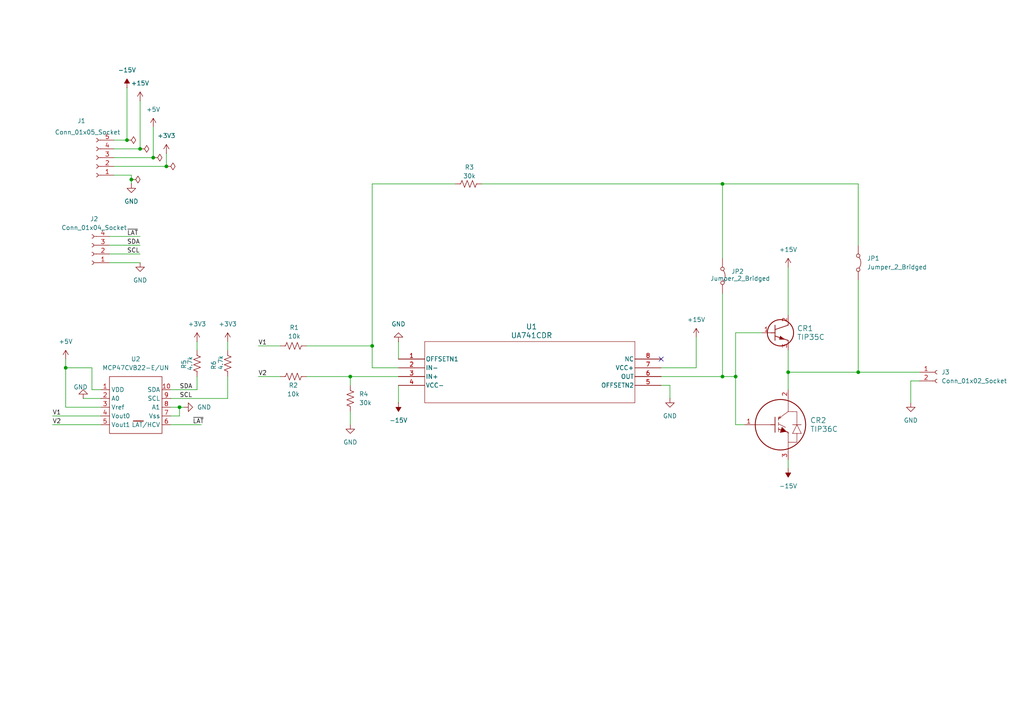
<source format=kicad_sch>
(kicad_sch (version 20231120) (generator "eeschema") (generator_version "8.0")
  (paper "A4")
  (title_block (title "Control Board PCB") (date "2025-02-07") (rev "0") (company "Nathan Rohr PCBs"))
  (lib_symbols
    (symbol "2025-02-07_21-36-00:MCP47CVB22-E/UN"
      (property "Reference" "U" (at 0 0 0))
      (property "Value" "MCP47CVB22-E/UN" (at 0 0 0))
      (symbol "MCP47CVB22-E/UN_0_1"
        (rectangle (start -6.35 -1.27) (end 8.89 -17.78))
      )
      (symbol "MCP47CVB22-E/UN_1_1"
        (text "___" (at 2.032 -13.462 0) (effects (font (size 1.27 1.27) (bold yes))))
        (pin input line (at -8.89 -5.08 0) (length 2.54) (name "VDD") (number "1"))
        (pin input line (at 11.43 -5.08 180) (length 2.54) (name "SDA") (number "10"))
        (pin input line (at -8.89 -7.62 0) (length 2.54) (name "A0") (number "2"))
        (pin input line (at -8.89 -10.16 0) (length 2.54) (name "Vref") (number "3"))
        (pin output line (at -8.89 -12.7 0) (length 2.54) (name "Vout0") (number "4"))
        (pin output line (at -8.89 -15.24 0) (length 2.54) (name "Vout1") (number "5"))
        (pin input line (at 11.43 -15.24 180) (length 2.54) (name "LAT/HCV") (number "6"))
        (pin input line (at 11.43 -12.7 180) (length 2.54) (name "Vss") (number "7"))
        (pin input line (at 11.43 -10.16 180) (length 2.54) (name "A1") (number "8"))
        (pin input line (at 11.43 -7.62 180) (length 2.54) (name "SCL") (number "9"))
      )
    )
    (symbol "2025-02-07_21-36-00:TIP35C" (pin_names (offset 0.254))
      (property "Reference" "CR" (at 10.16 2.54 0))
      (property "Value" "TIP35C" (at 10.16 -2.54 0))
      (symbol "TIP35C_0_1"
        (polyline (pts (xy 2.54 0) (xy 3.81 0)) (stroke (width 0.2032)))
        (polyline (pts (xy 3.81 -2.2098) (xy 3.81 2.2098)) (stroke (width 0.2032)))
        (polyline (pts (xy 3.81 -0.9398) (xy 7.62 -2.2098)) (stroke (width 0.2032)))
        (polyline (pts (xy 3.81 0.9398) (xy 7.62 2.2098)) (stroke (width 0.2032)))
        (polyline (pts (xy 7.62 -2.54) (xy 7.62 -2.2098)) (stroke (width 0.2032)))
        (polyline (pts (xy 7.62 2.2098) (xy 7.62 2.54)) (stroke (width 0.2032)))
        (polyline (pts (xy 5.3848 -0.9398) (xy 5.08 -1.905) (xy 6.6548 -1.905)) (fill (type outline)))
        (circle (center 5.3848 0) (radius 3.81) (stroke (width 0.254)))
        (pin unspecified line (at 0 0 0) (length 2.54) (name "") (number "1"))
        (pin unspecified line (at 7.62 5.08 270) (length 2.54) (name "") (number "2"))
        (pin unspecified line (at 7.62 -5.08 90) (length 2.54) (name "") (number "3"))
      )
    )
    (symbol "2025-02-07_21-36-00:TIP36C" (pin_names (offset 0.254))
      (property "Reference" "CR" (at 20.32 2.54 0))
      (property "Value" "TIP36C" (at 20.32 -2.54 0))
      (symbol "TIP36C_0_1"
        (polyline (pts (xy 2.54 0) (xy 7.62 0)) (stroke (width 0.127)))
        (polyline (pts (xy 7.62 0) (xy 8.89 0)) (stroke (width 0.2032)))
        (polyline (pts (xy 8.89 -2.2098) (xy 8.89 2.2098)) (stroke (width 0.2032)))
        (polyline (pts (xy 9.906 -1.27) (xy 9.906 -2.032)) (stroke (width 0.127)))
        (polyline (pts (xy 9.906 -1.27) (xy 9.906 -0.762)) (stroke (width 0.127)))
        (polyline (pts (xy 9.906 -1.27) (xy 12.7 -2.2098)) (stroke (width 0.2032)))
        (polyline (pts (xy 9.906 -0.254) (xy 9.906 0.762)) (stroke (width 0.127)))
        (polyline (pts (xy 9.906 0.254) (xy 11.938 -0.762)) (stroke (width 0.127)))
        (polyline (pts (xy 9.906 1.524) (xy 9.906 1.27)) (stroke (width 0.127)))
        (polyline (pts (xy 9.906 1.778) (xy 9.906 1.524)) (stroke (width 0.127)))
        (polyline (pts (xy 9.906 1.778) (xy 9.906 2.032)) (stroke (width 0.127)))
        (polyline (pts (xy 9.906 1.778) (xy 10.414 2.54)) (stroke (width 0.127)))
        (polyline (pts (xy 9.906 1.778) (xy 10.668 2.032)) (stroke (width 0.127)))
        (polyline (pts (xy 9.906 2.032) (xy 9.906 2.286)) (stroke (width 0.127)))
        (polyline (pts (xy 12.7 -7.62) (xy 12.7 -2.54)) (stroke (width 0.127)))
        (polyline (pts (xy 12.7 -5.08) (xy 15.24 -5.08)) (stroke (width 0.127)))
        (polyline (pts (xy 12.7 -2.54) (xy 12.7 -2.2098)) (stroke (width 0.2032)))
        (polyline (pts (xy 12.7 3.81) (xy 9.906 1.778)) (stroke (width 0.127)))
        (polyline (pts (xy 12.7 3.81) (xy 13.97 3.81)) (stroke (width 0.127)))
        (polyline (pts (xy 12.7 7.62) (xy 12.7 3.81)) (stroke (width 0.127)))
        (polyline (pts (xy 13.97 -2.54) (xy 15.24 0)) (stroke (width 0.127)))
        (polyline (pts (xy 13.97 0) (xy 16.51 0)) (stroke (width 0.127)))
        (polyline (pts (xy 13.97 3.81) (xy 15.24 3.81)) (stroke (width 0.127)))
        (polyline (pts (xy 15.24 -5.08) (xy 15.24 -2.54)) (stroke (width 0.127)))
        (polyline (pts (xy 15.24 -2.54) (xy 13.97 -2.54)) (stroke (width 0.127)))
        (polyline (pts (xy 15.24 0) (xy 16.51 -2.54)) (stroke (width 0.127)))
        (polyline (pts (xy 15.24 3.81) (xy 15.24 0)) (stroke (width 0.127)))
        (polyline (pts (xy 16.51 -2.54) (xy 15.24 -2.54)) (stroke (width 0.127)))
        (polyline (pts (xy 10.414 -2.286) (xy 10.922 -0.762) (xy 12.192 -2.032)) (fill (type outline)))
        (circle (center 10.4648 0) (radius 7.3152) (stroke (width 0.254)))
        (pin unspecified line (at 0 0 0) (length 2.54) (name "") (number "1"))
        (pin unspecified line (at 12.7 10.16 270) (length 2.54) (name "") (number "2"))
        (pin unspecified line (at 12.7 -10.16 90) (length 2.54) (name "") (number "3"))
      )
    )
    (symbol "2025-02-07_21-36-00:UA741CDR" (pin_names (offset 0.254))
      (property "Reference" "U" (at 38.1 10.16 0))
      (property "Value" "UA741CDR" (at 38.1 7.62 0))
      (property "LCSC" "C2057458" (at 0 0 0))
      (symbol "UA741CDR_0_1"
        (polyline (pts (xy 7.62 -12.7) (xy 68.58 -12.7)) (stroke (width 0.127)))
        (polyline (pts (xy 7.62 5.08) (xy 7.62 -12.7)) (stroke (width 0.127)))
        (polyline (pts (xy 68.58 -12.7) (xy 68.58 5.08)) (stroke (width 0.127)))
        (polyline (pts (xy 68.58 5.08) (xy 7.62 5.08)) (stroke (width 0.127)))
        (pin unspecified line (at 0 0 0) (length 7.62) (name "OFFSETN1") (number "1"))
        (pin input line (at 0 -2.54 0) (length 7.62) (name "IN-") (number "2"))
        (pin input line (at 0 -5.08 0) (length 7.62) (name "IN+") (number "3"))
        (pin power_in line (at 0 -7.62 0) (length 7.62) (name "VCC-") (number "4"))
        (pin unspecified line (at 76.2 -7.62 180) (length 7.62) (name "OFFSETN2") (number "5"))
        (pin output line (at 76.2 -5.08 180) (length 7.62) (name "OUT") (number "6"))
        (pin power_in line (at 76.2 -2.54 180) (length 7.62) (name "VCC+") (number "7"))
        (pin unspecified line (at 76.2 0 180) (length 7.62) (name "NC") (number "8"))
      )
    )
    (symbol "Connector:Conn_01x02_Socket" (pin_names (offset 1.016) hide)
      (property "Reference" "J" (at 0 2.54 0))
      (property "Value" "Conn_01x02_Socket" (at 0 -5.08 0))
      (symbol "Conn_01x02_Socket_1_1"
        (arc (start 0 -2.032) (mid -0.5058 -2.54) (end 0 -3.048) (stroke (width 0.1524)))
        (polyline (pts (xy -1.27 -2.54) (xy -0.508 -2.54)) (stroke (width 0.1524)))
        (polyline (pts (xy -1.27 0) (xy -0.508 0)) (stroke (width 0.1524)))
        (arc (start 0 0.508) (mid -0.5058 0) (end 0 -0.508) (stroke (width 0.1524)))
        (pin passive line (at -5.08 0 0) (length 3.81) (name "Pin_1") (number "1"))
        (pin passive line (at -5.08 -2.54 0) (length 3.81) (name "Pin_2") (number "2"))
      )
    )
    (symbol "Connector:Conn_01x04_Socket" (pin_names (offset 1.016) hide)
      (property "Reference" "J" (at 0 5.08 0))
      (property "Value" "Conn_01x04_Socket" (at 0 -7.62 0))
      (symbol "Conn_01x04_Socket_1_1"
        (arc (start 0 -4.572) (mid -0.5058 -5.08) (end 0 -5.588) (stroke (width 0.1524)))
        (arc (start 0 -2.032) (mid -0.5058 -2.54) (end 0 -3.048) (stroke (width 0.1524)))
        (polyline (pts (xy -1.27 -5.08) (xy -0.508 -5.08)) (stroke (width 0.1524)))
        (polyline (pts (xy -1.27 -2.54) (xy -0.508 -2.54)) (stroke (width 0.1524)))
        (polyline (pts (xy -1.27 0) (xy -0.508 0)) (stroke (width 0.1524)))
        (polyline (pts (xy -1.27 2.54) (xy -0.508 2.54)) (stroke (width 0.1524)))
        (arc (start 0 0.508) (mid -0.5058 0) (end 0 -0.508) (stroke (width 0.1524)))
        (arc (start 0 3.048) (mid -0.5058 2.54) (end 0 2.032) (stroke (width 0.1524)))
        (pin passive line (at -5.08 2.54 0) (length 3.81) (name "Pin_1") (number "1"))
        (pin passive line (at -5.08 0 0) (length 3.81) (name "Pin_2") (number "2"))
        (pin passive line (at -5.08 -2.54 0) (length 3.81) (name "Pin_3") (number "3"))
        (pin passive line (at -5.08 -5.08 0) (length 3.81) (name "Pin_4") (number "4"))
      )
    )
    (symbol "Connector:Conn_01x05_Socket" (pin_names (offset 1.016) hide)
      (property "Reference" "J" (at 0 7.62 0))
      (property "Value" "Conn_01x05_Socket" (at 0 -7.62 0))
      (symbol "Conn_01x05_Socket_1_1"
        (arc (start 0 -4.572) (mid -0.5058 -5.08) (end 0 -5.588) (stroke (width 0.1524)))
        (arc (start 0 -2.032) (mid -0.5058 -2.54) (end 0 -3.048) (stroke (width 0.1524)))
        (polyline (pts (xy -1.27 -5.08) (xy -0.508 -5.08)) (stroke (width 0.1524)))
        (polyline (pts (xy -1.27 -2.54) (xy -0.508 -2.54)) (stroke (width 0.1524)))
        (polyline (pts (xy -1.27 0) (xy -0.508 0)) (stroke (width 0.1524)))
        (polyline (pts (xy -1.27 2.54) (xy -0.508 2.54)) (stroke (width 0.1524)))
        (polyline (pts (xy -1.27 5.08) (xy -0.508 5.08)) (stroke (width 0.1524)))
        (arc (start 0 0.508) (mid -0.5058 0) (end 0 -0.508) (stroke (width 0.1524)))
        (arc (start 0 3.048) (mid -0.5058 2.54) (end 0 2.032) (stroke (width 0.1524)))
        (arc (start 0 5.588) (mid -0.5058 5.08) (end 0 4.572) (stroke (width 0.1524)))
        (pin passive line (at -5.08 5.08 0) (length 3.81) (name "Pin_1") (number "1"))
        (pin passive line (at -5.08 2.54 0) (length 3.81) (name "Pin_2") (number "2"))
        (pin passive line (at -5.08 0 0) (length 3.81) (name "Pin_3") (number "3"))
        (pin passive line (at -5.08 -2.54 0) (length 3.81) (name "Pin_4") (number "4"))
        (pin passive line (at -5.08 -5.08 0) (length 3.81) (name "Pin_5") (number "5"))
      )
    )
    (symbol "Device:R_US" (pin_numbers hide) (pin_names (offset 0))
      (property "Reference" "R" (at 2.54 0 90))
      (property "Value" "R_US" (at -2.54 0 90))
      (symbol "R_US_0_1"
        (polyline (pts (xy 0 -2.286) (xy 0 -2.54)))
        (polyline (pts (xy 0 2.286) (xy 0 2.54)))
        (polyline (pts (xy 0 -0.762) (xy 1.016 -1.143) (xy 0 -1.524) (xy -1.016 -1.905) (xy 0 -2.286)))
        (polyline (pts (xy 0 0.762) (xy 1.016 0.381) (xy 0 0) (xy -1.016 -0.381) (xy 0 -0.762)))
        (polyline (pts (xy 0 2.286) (xy 1.016 1.905) (xy 0 1.524) (xy -1.016 1.143) (xy 0 0.762)))
      )
      (symbol "R_US_1_1"
        (pin passive line (at 0 3.81 270) (length 1.27) (name "~") (number "1"))
        (pin passive line (at 0 -3.81 90) (length 1.27) (name "~") (number "2"))
      )
    )
    (symbol "Jumper:Jumper_2_Bridged" (pin_numbers hide) (pin_names (offset 0) hide) (exclude_from_sim yes)
      (property "Reference" "JP" (at 0 1.905 0))
      (property "Value" "Jumper_2_Bridged" (at 0 -2.54 0))
      (symbol "Jumper_2_Bridged_0_0"
        (circle (center -2.032 0) (radius 0.508))
        (circle (center 2.032 0) (radius 0.508))
      )
      (symbol "Jumper_2_Bridged_0_1"
        (arc (start 1.524 0.254) (mid 0 0.762) (end -1.524 0.254))
      )
      (symbol "Jumper_2_Bridged_1_1"
        (pin passive line (at -5.08 0 0) (length 2.54) (name "A") (number "1"))
        (pin passive line (at 5.08 0 180) (length 2.54) (name "B") (number "2"))
      )
    )
    (symbol "power:+15V" (power) (pin_numbers hide) (pin_names (offset 0) hide)
      (property "Value" "+15V" (at 0 3.556 0))
      (symbol "+15V_0_1"
        (polyline (pts (xy -0.762 1.27) (xy 0 2.54)))
        (polyline (pts (xy 0 0) (xy 0 2.54)))
        (polyline (pts (xy 0 2.54) (xy 0.762 1.27)))
      )
      (symbol "+15V_1_1"
        (pin power_in line (at 0 0 90) (length 0) (name "~") (number "1"))
      )
    )
    (symbol "power:+3V3" (power) (pin_numbers hide) (pin_names (offset 0) hide)
      (property "Value" "+3V3" (at 0 3.556 0))
      (symbol "+3V3_0_1"
        (polyline (pts (xy -0.762 1.27) (xy 0 2.54)))
        (polyline (pts (xy 0 0) (xy 0 2.54)))
        (polyline (pts (xy 0 2.54) (xy 0.762 1.27)))
      )
      (symbol "+3V3_1_1"
        (pin power_in line (at 0 0 90) (length 0) (name "~") (number "1"))
      )
    )
    (symbol "power:+5V" (power) (pin_numbers hide) (pin_names (offset 0) hide)
      (property "Value" "+5V" (at 0 3.556 0))
      (symbol "+5V_0_1"
        (polyline (pts (xy -0.762 1.27) (xy 0 2.54)))
        (polyline (pts (xy 0 0) (xy 0 2.54)))
        (polyline (pts (xy 0 2.54) (xy 0.762 1.27)))
      )
      (symbol "+5V_1_1"
        (pin power_in line (at 0 0 90) (length 0) (name "~") (number "1"))
      )
    )
    (symbol "power:-15V" (power) (pin_numbers hide) (pin_names (offset 0) hide)
      (property "Value" "-15V" (at 0 3.556 0))
      (symbol "-15V_0_0"
        (pin power_in line (at 0 0 90) (length 0) (name "~") (number "1"))
      )
      (symbol "-15V_0_1"
        (polyline (pts (xy 0 0) (xy 0 1.27) (xy 0.762 1.27) (xy 0 2.54) (xy -0.762 1.27) (xy 0 1.27)) (fill (type outline)))
      )
    )
    (symbol "power:GND" (power) (pin_numbers hide) (pin_names (offset 0) hide)
      (property "Value" "GND" (at 0 -3.81 0))
      (symbol "GND_0_1"
        (polyline (pts (xy 0 0) (xy 0 -1.27) (xy 1.27 -1.27) (xy 0 -2.54) (xy -1.27 -1.27) (xy 0 -1.27)))
      )
      (symbol "GND_1_1"
        (pin power_in line (at 0 0 270) (length 0) (name "~") (number "1"))
      )
    )
    (symbol "power:PWR_FLAG" (power) (pin_numbers hide) (pin_names (offset 0) hide)
      (property "Value" "PWR_FLAG" (at 0 3.81 0))
      (symbol "PWR_FLAG_0_0"
        (pin power_out line (at 0 0 90) (length 0) (name "~") (number "1"))
      )
      (symbol "PWR_FLAG_0_1"
        (polyline (pts (xy 0 0) (xy 0 1.27) (xy -1.016 1.905) (xy 0 2.54) (xy 1.016 1.905) (xy 0 1.27)))
      )
    )
  )
  (junction (at 44.45 45.72))
  (junction (at 36.83 40.64))
  (junction (at 40.64 43.18))
  (junction (at 19.05 106.68))
  (junction (at 38.1 52.07))
  (junction (at 48.26 48.26))
  (junction (at 228.6 107.95))
  (junction (at 213.36 109.22))
  (junction (at 209.55 109.22))
  (junction (at 107.95 100.33))
  (junction (at 101.6 109.22))
  (junction (at 52.07 118.11))
  (junction (at 209.55 53.34))
  (junction (at 248.92 107.95))
  (no_connect (at 191.77 104.14))
  (wire (pts (xy 115.57 99.06) (xy 115.57 104.14)))
  (wire (pts (xy 49.53 123.19) (xy 58.42 123.19)))
  (wire (pts (xy 29.21 113.03) (xy 26.67 113.03)))
  (wire (pts (xy 248.92 107.95) (xy 266.7 107.95)))
  (wire (pts (xy 74.93 100.33) (xy 81.28 100.33)))
  (wire (pts (xy 101.6 109.22) (xy 101.6 111.76)))
  (wire (pts (xy 31.75 73.66) (xy 40.64 73.66)))
  (wire (pts (xy 31.75 71.12) (xy 40.64 71.12)))
  (wire (pts (xy 52.07 120.65) (xy 52.07 118.11)))
  (wire (pts (xy 194.31 111.76) (xy 191.77 111.76)))
  (wire (pts (xy 88.9 100.33) (xy 107.95 100.33)))
  (wire (pts (xy 57.15 99.06) (xy 57.15 101.6)))
  (wire (pts (xy 26.67 106.68) (xy 26.67 113.03)))
  (wire (pts (xy 24.13 115.57) (xy 29.21 115.57)))
  (wire (pts (xy 49.53 113.03) (xy 57.15 113.03)))
  (wire (pts (xy 213.36 96.52) (xy 213.36 109.22)))
  (wire (pts (xy 15.24 120.65) (xy 29.21 120.65)))
  (wire (pts (xy 107.95 53.34) (xy 132.08 53.34)))
  (wire (pts (xy 228.6 133.35) (xy 228.6 135.89)))
  (wire (pts (xy 209.55 85.09) (xy 209.55 109.22)))
  (wire (pts (xy 194.31 115.57) (xy 194.31 111.76)))
  (wire (pts (xy 248.92 81.28) (xy 248.92 107.95)))
  (wire (pts (xy 88.9 109.22) (xy 101.6 109.22)))
  (wire (pts (xy 49.53 118.11) (xy 52.07 118.11)))
  (wire (pts (xy 264.16 110.49) (xy 264.16 116.84)))
  (wire (pts (xy 228.6 107.95) (xy 248.92 107.95)))
  (wire (pts (xy 248.92 53.34) (xy 248.92 71.12)))
  (wire (pts (xy 209.55 109.22) (xy 213.36 109.22)))
  (wire (pts (xy 201.93 97.79) (xy 201.93 106.68)))
  (wire (pts (xy 44.45 36.83) (xy 44.45 45.72)))
  (wire (pts (xy 33.02 45.72) (xy 44.45 45.72)))
  (wire (pts (xy 48.26 44.45) (xy 48.26 48.26)))
  (wire (pts (xy 19.05 106.68) (xy 26.67 106.68)))
  (wire (pts (xy 36.83 25.4) (xy 36.83 40.64)))
  (wire (pts (xy 33.02 48.26) (xy 48.26 48.26)))
  (wire (pts (xy 101.6 119.38) (xy 101.6 123.19)))
  (wire (pts (xy 74.93 109.22) (xy 81.28 109.22)))
  (wire (pts (xy 15.24 123.19) (xy 29.21 123.19)))
  (wire (pts (xy 107.95 106.68) (xy 115.57 106.68)))
  (wire (pts (xy 49.53 115.57) (xy 66.04 115.57)))
  (wire (pts (xy 19.05 106.68) (xy 19.05 118.11)))
  (wire (pts (xy 101.6 109.22) (xy 115.57 109.22)))
  (wire (pts (xy 228.6 101.6) (xy 228.6 107.95)))
  (wire (pts (xy 66.04 99.06) (xy 66.04 101.6)))
  (wire (pts (xy 107.95 100.33) (xy 107.95 106.68)))
  (wire (pts (xy 29.21 118.11) (xy 19.05 118.11)))
  (wire (pts (xy 220.98 96.52) (xy 213.36 96.52)))
  (wire (pts (xy 33.02 40.64) (xy 36.83 40.64)))
  (wire (pts (xy 266.7 110.49) (xy 264.16 110.49)))
  (wire (pts (xy 19.05 104.14) (xy 19.05 106.68)))
  (wire (pts (xy 52.07 118.11) (xy 53.34 118.11)))
  (wire (pts (xy 31.75 76.2) (xy 40.64 76.2)))
  (wire (pts (xy 33.02 50.8) (xy 38.1 50.8)))
  (wire (pts (xy 107.95 53.34) (xy 107.95 100.33)))
  (wire (pts (xy 209.55 53.34) (xy 248.92 53.34)))
  (wire (pts (xy 66.04 115.57) (xy 66.04 109.22)))
  (wire (pts (xy 115.57 111.76) (xy 115.57 116.84)))
  (wire (pts (xy 213.36 109.22) (xy 213.36 123.19)))
  (wire (pts (xy 209.55 53.34) (xy 209.55 74.93)))
  (wire (pts (xy 38.1 52.07) (xy 38.1 53.34)))
  (wire (pts (xy 38.1 50.8) (xy 38.1 52.07)))
  (wire (pts (xy 139.7 53.34) (xy 209.55 53.34)))
  (wire (pts (xy 40.64 29.21) (xy 40.64 43.18)))
  (wire (pts (xy 57.15 113.03) (xy 57.15 109.22)))
  (wire (pts (xy 33.02 43.18) (xy 40.64 43.18)))
  (wire (pts (xy 31.75 68.58) (xy 40.64 68.58)))
  (wire (pts (xy 213.36 123.19) (xy 215.9 123.19)))
  (wire (pts (xy 191.77 106.68) (xy 201.93 106.68)))
  (wire (pts (xy 49.53 120.65) (xy 52.07 120.65)))
  (wire (pts (xy 228.6 77.47) (xy 228.6 91.44)))
  (wire (pts (xy 228.6 107.95) (xy 228.6 113.03)))
  (wire (pts (xy 191.77 109.22) (xy 209.55 109.22)))
  (label "SDA" (at 52.07 113.03 0))
  (label "~{LAT}" (at 36.83 68.58 0))
  (label "SDA" (at 36.83 71.12 0))
  (label "~{LAT}" (at 55.88 123.19 0))
  (label "V1" (at 74.93 100.33 0))
  (label "V1" (at 15.24 120.65 0))
  (label "SCL" (at 36.83 73.66 0))
  (label "V2" (at 15.24 123.19 0))
  (label "SCL" (at 52.07 115.57 0))
  (label "V2" (at 74.93 109.22 0))
  (symbol (lib_id "power:GND") (at 194.31 115.57 0) (unit 1)
    (property "Reference" "#PWR05" (effects (hide yes)))
    (property "Value" "GND" (at 194.31 120.65 0))
    (property "Description" "Power symbol creates a global label with name \"GND\" , ground" (effects (hide yes)))
  )
  (symbol (lib_id "power:+5V") (at 19.05 104.14 0) (unit 1)
    (property "Reference" "#PWR08" (effects (hide yes)))
    (property "Value" "+5V" (at 19.05 99.06 0))
    (property "Description" "Power symbol creates a global label with name \"+5V\"" (effects (hide yes)))
  )
  (symbol (lib_id "Device:R_US") (at 101.6 115.57 0) (unit 1)
    (property "Reference" "R4" (at 104.14 114.2999 0) (effects (justify left)))
    (property "Value" "30k" (at 104.14 116.8399 0) (effects (justify left)))
    (property "Footprint" "Resistor_THT:R_Axial_DIN0204_L3.6mm_D1.6mm_P7.62mm_Horizontal" (effects (hide yes)))
    (property "Description" "Resistor, US symbol" (effects (hide yes)))
  )
  (symbol (lib_id "Device:R_US") (at 57.15 105.41 180) (unit 1)
    (property "Reference" "R5" (at 53.34 105.664 90))
    (property "Value" "4.7k" (at 55.118 105.41 90))
    (property "Footprint" "Resistor_THT:R_Axial_DIN0204_L3.6mm_D1.6mm_P7.62mm_Horizontal" (effects (hide yes)))
    (property "Description" "Resistor, US symbol" (effects (hide yes)))
  )
  (symbol (lib_id "power:GND") (at 115.57 99.06 180) (unit 1)
    (property "Reference" "#PWR04" (effects (hide yes)))
    (property "Value" "GND" (at 115.57 93.98 0))
    (property "Description" "Power symbol creates a global label with name \"GND\" , ground" (effects (hide yes)))
  )
  (symbol (lib_id "power:PWR_FLAG") (at 36.83 40.64 270) (unit 1)
    (property "Reference" "#FLG04" (effects (hide yes)))
    (property "Value" "PWR_FLAG" (effects (hide yes)))
    (property "Description" "Special symbol for telling ERC where power comes from" (effects (hide yes)))
  )
  (symbol (lib_id "Connector:Conn_01x02_Socket") (at 271.78 107.95 0) (unit 1)
    (property "Reference" "J3" (at 273.05 107.9499 0) (effects (justify left)))
    (property "Value" "Conn_01x02_Socket" (at 273.05 110.4899 0) (effects (justify left)))
    (property "Footprint" "Connector_PinSocket_2.54mm:PinSocket_1x02_P2.54mm_Vertical" (effects (hide yes)))
    (property "Description" "Generic connector, single row, 01x02, script generated" (effects (hide yes)))
  )
  (symbol (lib_id "power:GND") (at 38.1 53.34 0) (unit 1)
    (property "Reference" "#PWR013" (effects (hide yes)))
    (property "Value" "GND" (at 38.1 58.42 0))
    (property "Description" "Power symbol creates a global label with name \"GND\" , ground" (effects (hide yes)))
  )
  (symbol (lib_id "Device:R_US") (at 66.04 105.41 180) (unit 1)
    (property "Reference" "R6" (at 61.976 105.918 90))
    (property "Value" "4.7k" (at 64.008 105.156 90))
    (property "Footprint" "Resistor_THT:R_Axial_DIN0204_L3.6mm_D1.6mm_P7.62mm_Horizontal" (effects (hide yes)))
    (property "Description" "Resistor, US symbol" (effects (hide yes)))
  )
  (symbol (lib_id "power:-15V") (at 228.6 135.89 180) (unit 1)
    (property "Reference" "#PWR07" (effects (hide yes)))
    (property "Value" "-15V" (at 228.6 140.97 0))
    (property "Description" "Power symbol creates a global label with name \"-15V\"" (effects (hide yes)))
  )
  (symbol (lib_id "Connector:Conn_01x05_Socket") (at 27.94 45.72 180) (unit 1)
    (property "Reference" "J1" (at 23.622 35.052 0))
    (property "Value" "Conn_01x05_Socket" (at 25.4 38.354 0))
    (property "Footprint" "Connector_PinSocket_2.54mm:PinSocket_1x05_P2.54mm_Vertical" (effects (hide yes)))
    (property "Description" "Generic connector, single row, 01x05, script generated" (effects (hide yes)))
  )
  (symbol (lib_id "power:-15V") (at 115.57 116.84 180) (unit 1)
    (property "Reference" "#PWR02" (effects (hide yes)))
    (property "Value" "-15V" (at 115.57 121.92 0))
    (property "Description" "Power symbol creates a global label with name \"-15V\"" (effects (hide yes)))
  )
  (symbol (lib_id "power:+15V") (at 201.93 97.79 0) (unit 1)
    (property "Reference" "#PWR01" (effects (hide yes)))
    (property "Value" "+15V" (at 201.93 92.71 0))
    (property "Description" "Power symbol creates a global label with name \"+15V\"" (effects (hide yes)))
  )
  (symbol (lib_id "power:PWR_FLAG") (at 48.26 48.26 270) (unit 1)
    (property "Reference" "#FLG01" (effects (hide yes)))
    (property "Value" "PWR_FLAG" (effects (hide yes)))
    (property "Description" "Special symbol for telling ERC where power comes from" (effects (hide yes)))
  )
  (symbol (lib_id "Jumper:Jumper_2_Bridged") (at 248.92 76.2 270) (unit 1) (exclude_from_sim yes)
    (property "Reference" "JP1" (at 251.46 74.9299 90) (effects (justify left)))
    (property "Value" "Jumper_2_Bridged" (at 251.46 77.4699 90) (effects (justify left)))
    (property "Footprint" "TestPoint:TestPoint_2Pads_Pitch2.54mm_Drill0.8mm" (effects (hide yes)))
    (property "Description" "Jumper, 2-pole, closed/bridged" (effects (hide yes)))
  )
  (symbol (lib_id "power:GND") (at 40.64 76.2 0) (unit 1)
    (property "Reference" "#PWR018" (effects (hide yes)))
    (property "Value" "GND" (at 40.64 81.28 0))
    (property "Description" "Power symbol creates a global label with name \"GND\" , ground" (effects (hide yes)))
  )
  (symbol (lib_id "power:+3V3") (at 66.04 99.06 0) (unit 1)
    (property "Reference" "#PWR011" (effects (hide yes)))
    (property "Value" "+3V3" (at 66.04 93.98 0))
    (property "Description" "Power symbol creates a global label with name \"+3V3\"" (effects (hide yes)))
  )
  (symbol (lib_id "Connector:Conn_01x04_Socket") (at 26.67 73.66 180) (unit 1)
    (property "Reference" "J2" (at 27.305 63.5 0))
    (property "Value" "Conn_01x04_Socket" (at 27.305 66.04 0))
    (property "Footprint" "Connector_PinSocket_2.54mm:PinSocket_1x04_P2.54mm_Vertical" (effects (hide yes)))
    (property "Description" "Generic connector, single row, 01x04, script generated" (effects (hide yes)))
  )
  (symbol (lib_id "2025-02-07_21-36-00:TIP36C") (at 215.9 123.19 0) (unit 1)
    (property "Reference" "CR2" (at 234.95 121.9199 0) (effects (font (size 1.524 1.524)) (justify left)))
    (property "Value" "TIP36C" (at 234.95 124.4599 0) (effects (font (size 1.524 1.524)) (justify left)))
    (property "Footprint" "Library:TO-247_STM" (effects (hide yes)))
    (property "Datasheet" "https://www.st.com/content/ccc/resource/technical/document/datasheet/81/78/4f/8c/28/81/4d/c1/CD00001165.pdf/files/CD00001165.pdf/jcr:content/translations/en.CD00001165.pdf" (effects (hide yes)))
  )
  (symbol (lib_id "power:+5V") (at 44.45 36.83 0) (unit 1)
    (property "Reference" "#PWR015" (effects (hide yes)))
    (property "Value" "+5V" (at 44.45 31.75 0))
    (property "Description" "Power symbol creates a global label with name \"+5V\"" (effects (hide yes)))
  )
  (symbol (lib_id "Device:R_US") (at 135.89 53.34 90) (unit 1)
    (property "Reference" "R3" (at 136.144 48.514 90))
    (property "Value" "30k" (at 136.144 51.054 90))
    (property "Footprint" "Resistor_THT:R_Axial_DIN0204_L3.6mm_D1.6mm_P7.62mm_Horizontal" (effects (hide yes)))
    (property "Description" "Resistor, US symbol" (effects (hide yes)))
  )
  (symbol (lib_id "2025-02-07_21-36-00:UA741CDR") (at 115.57 104.14 0) (unit 1)
    (property "Reference" "U1" (at 154.178 94.742 0) (effects (font (size 1.524 1.524))))
    (property "Value" "UA741CDR" (at 154.178 97.282 0) (effects (font (size 1.524 1.524))))
    (property "Footprint" "Library:D8" (effects (hide yes)))
    (property "Datasheet" "https://www.ti.com/lit/ds/symlink/ua741.pdf?ts=1738964023634&ref_url=https%253A%252F%252Fwww.ti.com%252Fproduct%252FUA741%252Fpart-details%252FUA741CDR" (effects (hide yes)))
    (property "LCSC" "C2057458" (effects (hide yes)))
  )
  (symbol (lib_id "2025-02-07_21-36-00:TIP35C") (at 220.98 96.52 0) (unit 1)
    (property "Reference" "CR1" (at 231.14 95.2499 0) (effects (font (size 1.524 1.524)) (justify left)))
    (property "Value" "TIP35C" (at 231.14 97.7899 0) (effects (font (size 1.524 1.524)) (justify left)))
    (property "Footprint" "Library:TO-247_STM" (effects (hide yes)))
    (property "Datasheet" "https://www.st.com/content/ccc/resource/technical/document/datasheet/81/78/4f/8c/28/81/4d/c1/CD00001165.pdf/files/CD00001165.pdf/jcr:content/translations/en.CD00001165.pdf" (effects (hide yes)))
  )
  (symbol (lib_id "power:+15V") (at 228.6 77.47 0) (unit 1)
    (property "Reference" "#PWR06" (effects (hide yes)))
    (property "Value" "+15V" (at 228.6 72.39 0))
    (property "Description" "Power symbol creates a global label with name \"+15V\"" (effects (hide yes)))
  )
  (symbol (lib_id "power:GND") (at 101.6 123.19 0) (unit 1)
    (property "Reference" "#PWR03" (effects (hide yes)))
    (property "Value" "GND" (at 101.6 128.27 0))
    (property "Description" "Power symbol creates a global label with name \"GND\" , ground" (effects (hide yes)))
  )
  (symbol (lib_id "power:+15V") (at 40.64 29.21 0) (unit 1)
    (property "Reference" "#PWR016" (effects (hide yes)))
    (property "Value" "+15V" (at 40.64 24.13 0))
    (property "Description" "Power symbol creates a global label with name \"+15V\"" (effects (hide yes)))
  )
  (symbol (lib_id "Device:R_US") (at 85.09 100.33 90) (unit 1)
    (property "Reference" "R1" (at 85.344 94.996 90))
    (property "Value" "10k" (at 85.344 97.536 90))
    (property "Footprint" "Resistor_THT:R_Axial_DIN0204_L3.6mm_D1.6mm_P7.62mm_Horizontal" (effects (hide yes)))
    (property "Description" "Resistor, US symbol" (effects (hide yes)))
  )
  (symbol (lib_id "power:PWR_FLAG") (at 38.1 52.07 270) (unit 1)
    (property "Reference" "#FLG05" (effects (hide yes)))
    (property "Value" "PWR_FLAG" (effects (hide yes)))
    (property "Description" "Special symbol for telling ERC where power comes from" (effects (hide yes)))
  )
  (symbol (lib_id "Jumper:Jumper_2_Bridged") (at 209.55 80.01 270) (unit 1) (exclude_from_sim yes)
    (property "Reference" "JP2" (at 212.09 78.7399 90) (effects (justify left)))
    (property "Value" "Jumper_2_Bridged" (at 205.994 80.772 90) (effects (justify left)))
    (property "Footprint" "TestPoint:TestPoint_2Pads_Pitch2.54mm_Drill0.8mm" (effects (hide yes)))
    (property "Description" "Jumper, 2-pole, closed/bridged" (effects (hide yes)))
  )
  (symbol (lib_id "power:PWR_FLAG") (at 40.64 43.18 270) (unit 1)
    (property "Reference" "#FLG03" (effects (hide yes)))
    (property "Value" "PWR_FLAG" (effects (hide yes)))
    (property "Description" "Special symbol for telling ERC where power comes from" (effects (hide yes)))
  )
  (symbol (lib_id "power:GND") (at 264.16 116.84 0) (unit 1)
    (property "Reference" "#PWR019" (effects (hide yes)))
    (property "Value" "GND" (at 264.16 121.92 0))
    (property "Description" "Power symbol creates a global label with name \"GND\" , ground" (effects (hide yes)))
  )
  (symbol (lib_id "power:PWR_FLAG") (at 44.45 45.72 270) (unit 1)
    (property "Reference" "#FLG02" (effects (hide yes)))
    (property "Value" "PWR_FLAG" (effects (hide yes)))
    (property "Description" "Special symbol for telling ERC where power comes from" (effects (hide yes)))
  )
  (symbol (lib_id "power:+3V3") (at 57.15 99.06 0) (unit 1)
    (property "Reference" "#PWR010" (effects (hide yes)))
    (property "Value" "+3V3" (at 57.15 93.98 0))
    (property "Description" "Power symbol creates a global label with name \"+3V3\"" (effects (hide yes)))
  )
  (symbol (lib_id "power:+3V3") (at 48.26 44.45 0) (unit 1)
    (property "Reference" "#PWR014" (effects (hide yes)))
    (property "Value" "+3V3" (at 48.26 39.37 0))
    (property "Description" "Power symbol creates a global label with name \"+3V3\"" (effects (hide yes)))
  )
  (symbol (lib_id "power:GND") (at 53.34 118.11 90) (unit 1)
    (property "Reference" "#PWR012" (effects (hide yes)))
    (property "Value" "GND" (at 57.15 118.1099 90) (effects (justify right)))
    (property "Description" "Power symbol creates a global label with name \"GND\" , ground" (effects (hide yes)))
  )
  (symbol (lib_id "power:-15V") (at 36.83 25.4 0) (unit 1)
    (property "Reference" "#PWR017" (effects (hide yes)))
    (property "Value" "-15V" (at 36.83 20.32 0))
    (property "Description" "Power symbol creates a global label with name \"-15V\"" (effects (hide yes)))
  )
  (symbol (lib_id "Device:R_US") (at 85.09 109.22 270) (unit 1)
    (property "Reference" "R2" (at 85.09 111.76 90))
    (property "Value" "10k" (at 85.09 114.3 90))
    (property "Footprint" "Resistor_THT:R_Axial_DIN0204_L3.6mm_D1.6mm_P7.62mm_Horizontal" (effects (hide yes)))
    (property "Description" "Resistor, US symbol" (effects (hide yes)))
  )
  (symbol (lib_id "power:GND") (at 24.13 115.57 180) (unit 1)
    (property "Reference" "#PWR09" (effects (hide yes)))
    (property "Value" "GND" (at 23.368 112.268 0))
    (property "Description" "Power symbol creates a global label with name \"GND\" , ground" (effects (hide yes)))
  )
  (symbol (lib_id "2025-02-07_21-36-00:MCP47CVB22-E/UN") (at 38.1 107.95 0) (unit 1)
    (property "Reference" "U2" (at 39.37 104.14 0))
    (property "Value" "MCP47CVB22-E/UN" (at 39.37 106.68 0))
    (property "Footprint" "Package_SO:MSOP-10_3x3mm_P0.5mm" (effects (hide yes)))
    (property "Datasheet" "https://ww1.microchip.com/downloads/aemDocuments/documents/OTH/ProductDocuments/DataSheets/MCP47CXBXX-Data-Sheet-DS20006089B.pdf" (effects (hide yes)))
  )
)
</source>
